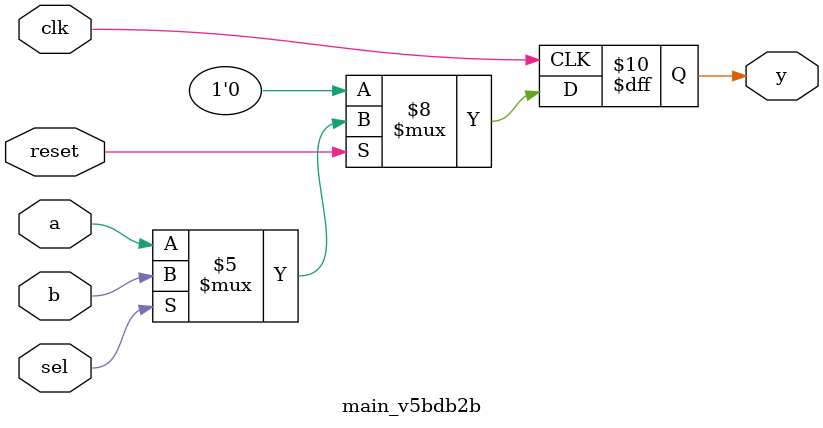
<source format=v>

`default_nettype none

module main (
 input v19efa7,
 input vcb932c,
 input v4fef41,
 input va65c15,
 input vclk,
 output v7630c3,
 output [0:4] vinit
);
 wire w0;
 wire w1;
 wire w2;
 wire w3;
 wire w4;
 wire w5;
 assign w0 = v19efa7;
 assign w1 = vcb932c;
 assign v7630c3 = w2;
 assign w3 = v4fef41;
 assign w4 = va65c15;
 assign w5 = vclk;
 main_v5bdb2b v5bdb2b (
  .a(w0),
  .b(w1),
  .y(w2),
  .sel(w3),
  .reset(w4),
  .clk(w5)
 );
 assign vinit = 5'b00000;
endmodule

module main_v5bdb2b (
 input a,
 input b,
 input sel,
 input reset,
 input clk,
 output y
);
 
 reg y;
 
 always @(posedge clk)
 begin
 if(reset==0)
   y<=0;
  else if (sel==0) y<=a;
    else y<=b;
   
 end
 
endmodule

</source>
